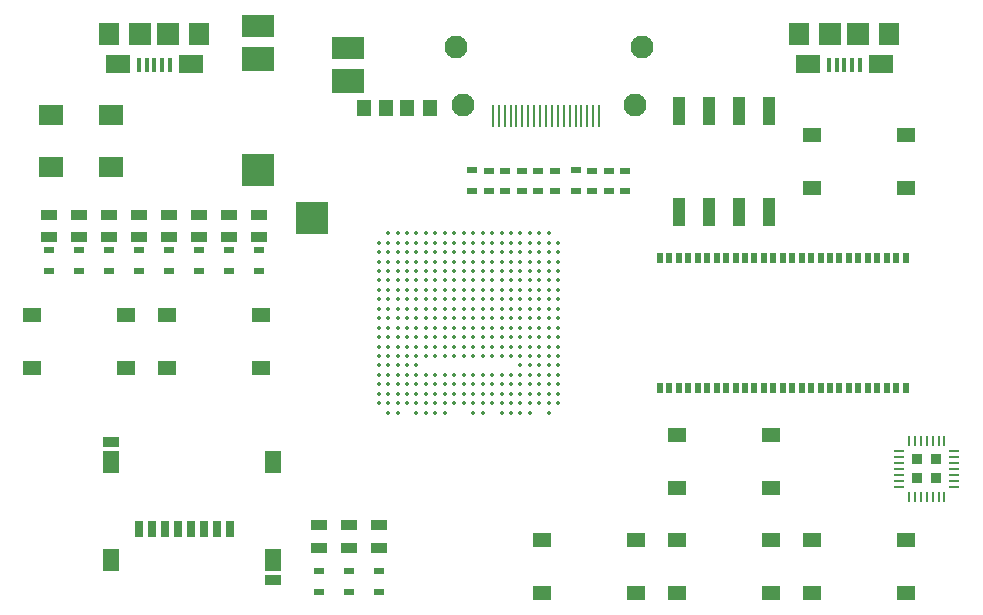
<source format=gtp>
G04 #@! TF.GenerationSoftware,KiCad,Pcbnew,5.0.0+dfsg1-2*
G04 #@! TF.CreationDate,2018-09-08T11:13:24+02:00*
G04 #@! TF.ProjectId,ulx3s,756C7833732E6B696361645F70636200,rev?*
G04 #@! TF.SameCoordinates,Original*
G04 #@! TF.FileFunction,Paste,Top*
G04 #@! TF.FilePolarity,Positive*
%FSLAX46Y46*%
G04 Gerber Fmt 4.6, Leading zero omitted, Abs format (unit mm)*
G04 Created by KiCad (PCBNEW 5.0.0+dfsg1-2) date Sat Sep  8 11:13:24 2018*
%MOMM*%
%LPD*%
G01*
G04 APERTURE LIST*
%ADD10R,0.925000X0.925000*%
%ADD11O,0.250000X0.900000*%
%ADD12O,0.900000X0.250000*%
%ADD13R,0.900000X0.250000*%
%ADD14R,1.070000X2.390000*%
%ADD15R,1.750000X1.850000*%
%ADD16R,0.350000X1.300000*%
%ADD17R,1.850000X1.850000*%
%ADD18R,2.050000X1.550000*%
%ADD19R,2.750000X1.950000*%
%ADD20R,2.750000X2.150000*%
%ADD21R,2.750000X2.750000*%
%ADD22R,0.250000X1.850000*%
%ADD23C,1.950000*%
%ADD24C,0.350000*%
%ADD25R,0.650000X1.450000*%
%ADD26R,1.400000X0.850000*%
%ADD27R,1.400000X1.950000*%
%ADD28R,2.150000X1.750000*%
%ADD29R,0.510000X0.850000*%
%ADD30R,0.950000X0.620000*%
%ADD31R,1.450000X0.920000*%
%ADD32R,1.245000X1.350000*%
%ADD33R,1.500000X1.250000*%
G04 APERTURE END LIST*
D10*
G04 #@! TO.C,U8*
X178097500Y-100967500D03*
X178097500Y-99342500D03*
X176472500Y-100967500D03*
X176472500Y-99342500D03*
D11*
X178785000Y-102495000D03*
X178285000Y-102495000D03*
X177785000Y-102495000D03*
X177285000Y-102495000D03*
X176785000Y-102495000D03*
X176285000Y-102495000D03*
X175785000Y-102495000D03*
D12*
X174945000Y-101655000D03*
X174945000Y-101155000D03*
X174945000Y-100655000D03*
X174945000Y-100155000D03*
X174945000Y-99655000D03*
X174945000Y-99155000D03*
X174945000Y-98655000D03*
D11*
X175785000Y-97815000D03*
X176285000Y-97815000D03*
X176785000Y-97815000D03*
X177285000Y-97815000D03*
X177785000Y-97815000D03*
X178285000Y-97815000D03*
X178785000Y-97815000D03*
D12*
X179625000Y-98655000D03*
X179625000Y-99155000D03*
X179625000Y-99655000D03*
X179625000Y-100155000D03*
X179625000Y-100655000D03*
X179625000Y-101155000D03*
D13*
X179625000Y-101655000D03*
G04 #@! TD*
D14*
G04 #@! TO.C,SW1*
X156330000Y-69815000D03*
X163950000Y-78425000D03*
X158870000Y-69815000D03*
X161410000Y-78425000D03*
X161410000Y-69815000D03*
X158870000Y-78425000D03*
X163950000Y-69815000D03*
X156330000Y-78425000D03*
G04 #@! TD*
D15*
G04 #@! TO.C,US1*
X108080000Y-63325000D03*
X115680000Y-63325000D03*
D16*
X110580000Y-66000000D03*
X111230000Y-66000000D03*
X111880000Y-66000000D03*
X112530000Y-66000000D03*
X113180000Y-66000000D03*
D17*
X110680000Y-63325000D03*
X113080000Y-63325000D03*
D18*
X108780000Y-65875000D03*
X114980000Y-65875000D03*
G04 #@! TD*
D19*
G04 #@! TO.C,AUDIO1*
X120668000Y-62618000D03*
D20*
X120668000Y-65418000D03*
D21*
X120668000Y-74818000D03*
X125218000Y-78918000D03*
D20*
X128268000Y-67318000D03*
D19*
X128268000Y-64518000D03*
G04 #@! TD*
D22*
G04 #@! TO.C,GPDI1*
X149546000Y-70312000D03*
X149046000Y-70312000D03*
X148546000Y-70312000D03*
X148046000Y-70312000D03*
X147546000Y-70312000D03*
X147046000Y-70312000D03*
X146546000Y-70312000D03*
X146046000Y-70312000D03*
X145546000Y-70312000D03*
X145046000Y-70312000D03*
X144546000Y-70312000D03*
X144046000Y-70312000D03*
X143546000Y-70312000D03*
X143046000Y-70312000D03*
X142546000Y-70312000D03*
X142046000Y-70312000D03*
X141546000Y-70312000D03*
X141046000Y-70312000D03*
X140546000Y-70312000D03*
D23*
X152546000Y-69312000D03*
X138046000Y-69312000D03*
X153146000Y-64412000D03*
X137446000Y-64412000D03*
G04 #@! TD*
D24*
G04 #@! TO.C,U1*
X145280000Y-95400000D03*
X143680000Y-95400000D03*
X142880000Y-95400000D03*
X142080000Y-95400000D03*
X141280000Y-95400000D03*
X139680000Y-95400000D03*
X138880000Y-95400000D03*
X136480000Y-95400000D03*
X135680000Y-95400000D03*
X134880000Y-95400000D03*
X134080000Y-95400000D03*
X132480000Y-95400000D03*
X131680000Y-95400000D03*
X146080000Y-94600000D03*
X145280000Y-94600000D03*
X144480000Y-94600000D03*
X143680000Y-94600000D03*
X142880000Y-94600000D03*
X142080000Y-94600000D03*
X141280000Y-94600000D03*
X140480000Y-94600000D03*
X139680000Y-94600000D03*
X138880000Y-94600000D03*
X138080000Y-94600000D03*
X137280000Y-94600000D03*
X136480000Y-94600000D03*
X135680000Y-94600000D03*
X134880000Y-94600000D03*
X134080000Y-94600000D03*
X133280000Y-94600000D03*
X132480000Y-94600000D03*
X131680000Y-94600000D03*
X130880000Y-94600000D03*
X146080000Y-93800000D03*
X145280000Y-93800000D03*
X144480000Y-93800000D03*
X143680000Y-93800000D03*
X142880000Y-93800000D03*
X142080000Y-93800000D03*
X141280000Y-93800000D03*
X140480000Y-93800000D03*
X139680000Y-93800000D03*
X138880000Y-93800000D03*
X138080000Y-93800000D03*
X137280000Y-93800000D03*
X136480000Y-93800000D03*
X135680000Y-93800000D03*
X134880000Y-93800000D03*
X134080000Y-93800000D03*
X133280000Y-93800000D03*
X132480000Y-93800000D03*
X131680000Y-93800000D03*
X130880000Y-93800000D03*
X146080000Y-93000000D03*
X145280000Y-93000000D03*
X144480000Y-93000000D03*
X143680000Y-93000000D03*
X142880000Y-93000000D03*
X142080000Y-93000000D03*
X141280000Y-93000000D03*
X140480000Y-93000000D03*
X139680000Y-93000000D03*
X138880000Y-93000000D03*
X138080000Y-93000000D03*
X137280000Y-93000000D03*
X136480000Y-93000000D03*
X135680000Y-93000000D03*
X134880000Y-93000000D03*
X134080000Y-93000000D03*
X133280000Y-93000000D03*
X132480000Y-93000000D03*
X131680000Y-93000000D03*
X130880000Y-93000000D03*
X146080000Y-92200000D03*
X145280000Y-92200000D03*
X144480000Y-92200000D03*
X143680000Y-92200000D03*
X142880000Y-92200000D03*
X142080000Y-92200000D03*
X141280000Y-92200000D03*
X140480000Y-92200000D03*
X139680000Y-92200000D03*
X138880000Y-92200000D03*
X138080000Y-92200000D03*
X137280000Y-92200000D03*
X136480000Y-92200000D03*
X135680000Y-92200000D03*
X134880000Y-92200000D03*
X134080000Y-92200000D03*
X133280000Y-92200000D03*
X132480000Y-92200000D03*
X131680000Y-92200000D03*
X130880000Y-92200000D03*
X146080000Y-91400000D03*
X145280000Y-91400000D03*
X144480000Y-91400000D03*
X143680000Y-91400000D03*
X142880000Y-91400000D03*
X134080000Y-91400000D03*
X133280000Y-91400000D03*
X132480000Y-91400000D03*
X131680000Y-91400000D03*
X130880000Y-91400000D03*
X146080000Y-90600000D03*
X145280000Y-90600000D03*
X144480000Y-90600000D03*
X143680000Y-90600000D03*
X142880000Y-90600000D03*
X142080000Y-90600000D03*
X141280000Y-90600000D03*
X140480000Y-90600000D03*
X139680000Y-90600000D03*
X138880000Y-90600000D03*
X138080000Y-90600000D03*
X137280000Y-90600000D03*
X136480000Y-90600000D03*
X135680000Y-90600000D03*
X134880000Y-90600000D03*
X134080000Y-90600000D03*
X133280000Y-90600000D03*
X132480000Y-90600000D03*
X131680000Y-90600000D03*
X130880000Y-90600000D03*
X146080000Y-89800000D03*
X145280000Y-89800000D03*
X144480000Y-89800000D03*
X143680000Y-89800000D03*
X142880000Y-89800000D03*
X142080000Y-89800000D03*
X141280000Y-89800000D03*
X140480000Y-89800000D03*
X139680000Y-89800000D03*
X138880000Y-89800000D03*
X138080000Y-89800000D03*
X137280000Y-89800000D03*
X136480000Y-89800000D03*
X135680000Y-89800000D03*
X134880000Y-89800000D03*
X134080000Y-89800000D03*
X133280000Y-89800000D03*
X132480000Y-89800000D03*
X131680000Y-89800000D03*
X130880000Y-89800000D03*
X146080000Y-89000000D03*
X145280000Y-89000000D03*
X144480000Y-89000000D03*
X143680000Y-89000000D03*
X142880000Y-89000000D03*
X142080000Y-89000000D03*
X141280000Y-89000000D03*
X140480000Y-89000000D03*
X139680000Y-89000000D03*
X138880000Y-89000000D03*
X138080000Y-89000000D03*
X137280000Y-89000000D03*
X136480000Y-89000000D03*
X135680000Y-89000000D03*
X134880000Y-89000000D03*
X134080000Y-89000000D03*
X133280000Y-89000000D03*
X132480000Y-89000000D03*
X131680000Y-89000000D03*
X130880000Y-89000000D03*
X146080000Y-88200000D03*
X145280000Y-88200000D03*
X144480000Y-88200000D03*
X143680000Y-88200000D03*
X142880000Y-88200000D03*
X142080000Y-88200000D03*
X141280000Y-88200000D03*
X140480000Y-88200000D03*
X139680000Y-88200000D03*
X138880000Y-88200000D03*
X138080000Y-88200000D03*
X137280000Y-88200000D03*
X136480000Y-88200000D03*
X135680000Y-88200000D03*
X134880000Y-88200000D03*
X134080000Y-88200000D03*
X133280000Y-88200000D03*
X132480000Y-88200000D03*
X131680000Y-88200000D03*
X130880000Y-88200000D03*
X146080000Y-87400000D03*
X145280000Y-87400000D03*
X144480000Y-87400000D03*
X143680000Y-87400000D03*
X142880000Y-87400000D03*
X142080000Y-87400000D03*
X141280000Y-87400000D03*
X140480000Y-87400000D03*
X139680000Y-87400000D03*
X138880000Y-87400000D03*
X138080000Y-87400000D03*
X137280000Y-87400000D03*
X136480000Y-87400000D03*
X135680000Y-87400000D03*
X134880000Y-87400000D03*
X134080000Y-87400000D03*
X133280000Y-87400000D03*
X132480000Y-87400000D03*
X131680000Y-87400000D03*
X130880000Y-87400000D03*
X146080000Y-86600000D03*
X145280000Y-86600000D03*
X144480000Y-86600000D03*
X143680000Y-86600000D03*
X142880000Y-86600000D03*
X142080000Y-86600000D03*
X141280000Y-86600000D03*
X140480000Y-86600000D03*
X139680000Y-86600000D03*
X138880000Y-86600000D03*
X138080000Y-86600000D03*
X137280000Y-86600000D03*
X136480000Y-86600000D03*
X135680000Y-86600000D03*
X134880000Y-86600000D03*
X134080000Y-86600000D03*
X133280000Y-86600000D03*
X132480000Y-86600000D03*
X131680000Y-86600000D03*
X130880000Y-86600000D03*
X146080000Y-85800000D03*
X145280000Y-85800000D03*
X144480000Y-85800000D03*
X143680000Y-85800000D03*
X142880000Y-85800000D03*
X142080000Y-85800000D03*
X141280000Y-85800000D03*
X140480000Y-85800000D03*
X139680000Y-85800000D03*
X138880000Y-85800000D03*
X138080000Y-85800000D03*
X137280000Y-85800000D03*
X136480000Y-85800000D03*
X135680000Y-85800000D03*
X134880000Y-85800000D03*
X134080000Y-85800000D03*
X133280000Y-85800000D03*
X132480000Y-85800000D03*
X131680000Y-85800000D03*
X130880000Y-85800000D03*
X146080000Y-85000000D03*
X145280000Y-85000000D03*
X144480000Y-85000000D03*
X143680000Y-85000000D03*
X142880000Y-85000000D03*
X142080000Y-85000000D03*
X141280000Y-85000000D03*
X140480000Y-85000000D03*
X139680000Y-85000000D03*
X138880000Y-85000000D03*
X138080000Y-85000000D03*
X137280000Y-85000000D03*
X136480000Y-85000000D03*
X135680000Y-85000000D03*
X134880000Y-85000000D03*
X134080000Y-85000000D03*
X133280000Y-85000000D03*
X132480000Y-85000000D03*
X131680000Y-85000000D03*
X130880000Y-85000000D03*
X146080000Y-84200000D03*
X145280000Y-84200000D03*
X144480000Y-84200000D03*
X143680000Y-84200000D03*
X142880000Y-84200000D03*
X142080000Y-84200000D03*
X141280000Y-84200000D03*
X140480000Y-84200000D03*
X139680000Y-84200000D03*
X138880000Y-84200000D03*
X138080000Y-84200000D03*
X137280000Y-84200000D03*
X136480000Y-84200000D03*
X135680000Y-84200000D03*
X134880000Y-84200000D03*
X134080000Y-84200000D03*
X133280000Y-84200000D03*
X132480000Y-84200000D03*
X131680000Y-84200000D03*
X130880000Y-84200000D03*
X146080000Y-83400000D03*
X145280000Y-83400000D03*
X144480000Y-83400000D03*
X143680000Y-83400000D03*
X142880000Y-83400000D03*
X142080000Y-83400000D03*
X141280000Y-83400000D03*
X140480000Y-83400000D03*
X139680000Y-83400000D03*
X138880000Y-83400000D03*
X138080000Y-83400000D03*
X137280000Y-83400000D03*
X136480000Y-83400000D03*
X135680000Y-83400000D03*
X134880000Y-83400000D03*
X134080000Y-83400000D03*
X133280000Y-83400000D03*
X132480000Y-83400000D03*
X131680000Y-83400000D03*
X130880000Y-83400000D03*
X146080000Y-82600000D03*
X145280000Y-82600000D03*
X144480000Y-82600000D03*
X143680000Y-82600000D03*
X142880000Y-82600000D03*
X142080000Y-82600000D03*
X141280000Y-82600000D03*
X140480000Y-82600000D03*
X139680000Y-82600000D03*
X138880000Y-82600000D03*
X138080000Y-82600000D03*
X137280000Y-82600000D03*
X136480000Y-82600000D03*
X135680000Y-82600000D03*
X134880000Y-82600000D03*
X134080000Y-82600000D03*
X133280000Y-82600000D03*
X132480000Y-82600000D03*
X131680000Y-82600000D03*
X130880000Y-82600000D03*
X146080000Y-81800000D03*
X145280000Y-81800000D03*
X144480000Y-81800000D03*
X143680000Y-81800000D03*
X142880000Y-81800000D03*
X142080000Y-81800000D03*
X141280000Y-81800000D03*
X140480000Y-81800000D03*
X139680000Y-81800000D03*
X138880000Y-81800000D03*
X138080000Y-81800000D03*
X137280000Y-81800000D03*
X136480000Y-81800000D03*
X135680000Y-81800000D03*
X134880000Y-81800000D03*
X134080000Y-81800000D03*
X133280000Y-81800000D03*
X132480000Y-81800000D03*
X131680000Y-81800000D03*
X130880000Y-81800000D03*
X146080000Y-81000000D03*
X145280000Y-81000000D03*
X144480000Y-81000000D03*
X143680000Y-81000000D03*
X142880000Y-81000000D03*
X142080000Y-81000000D03*
X141280000Y-81000000D03*
X140480000Y-81000000D03*
X139680000Y-81000000D03*
X138880000Y-81000000D03*
X138080000Y-81000000D03*
X137280000Y-81000000D03*
X136480000Y-81000000D03*
X135680000Y-81000000D03*
X134880000Y-81000000D03*
X134080000Y-81000000D03*
X133280000Y-81000000D03*
X132480000Y-81000000D03*
X131680000Y-81000000D03*
X130880000Y-81000000D03*
X145280000Y-80200000D03*
X144480000Y-80200000D03*
X143680000Y-80200000D03*
X142880000Y-80200000D03*
X142080000Y-80200000D03*
X141280000Y-80200000D03*
X140480000Y-80200000D03*
X139680000Y-80200000D03*
X138880000Y-80200000D03*
X138080000Y-80200000D03*
X137280000Y-80200000D03*
X136480000Y-80200000D03*
X135680000Y-80200000D03*
X134880000Y-80200000D03*
X134080000Y-80200000D03*
X133280000Y-80200000D03*
X132480000Y-80200000D03*
X131680000Y-80200000D03*
G04 #@! TD*
D25*
G04 #@! TO.C,SD1*
X118250000Y-105250000D03*
X117150000Y-105250000D03*
X116050000Y-105250000D03*
X114950000Y-105250000D03*
X113850000Y-105250000D03*
X112750000Y-105250000D03*
X111650000Y-105250000D03*
X110550000Y-105250000D03*
D26*
X121925000Y-109550000D03*
X108175000Y-97850000D03*
D27*
X108175000Y-107850000D03*
X121925000Y-107850000D03*
X121925000Y-99550000D03*
X108175000Y-99550000D03*
G04 #@! TD*
D28*
G04 #@! TO.C,Y1*
X108212000Y-70160000D03*
X103132000Y-70160000D03*
X103132000Y-74560000D03*
X108212000Y-74560000D03*
G04 #@! TD*
D29*
G04 #@! TO.C,U2*
X175493000Y-82270000D03*
X154693000Y-93330000D03*
X155493000Y-93330000D03*
X156293000Y-93330000D03*
X157093000Y-93330000D03*
X157893000Y-93330000D03*
X158693000Y-93330000D03*
X159493000Y-93330000D03*
X160293000Y-93330000D03*
X161093000Y-93330000D03*
X161893000Y-93330000D03*
X162693000Y-93330000D03*
X163493000Y-93330000D03*
X164293000Y-93330000D03*
X165093000Y-93330000D03*
X165893000Y-93330000D03*
X166693000Y-93330000D03*
X167493000Y-93330000D03*
X168293000Y-93330000D03*
X169093000Y-93330000D03*
X169893000Y-93330000D03*
X170693000Y-93330000D03*
X171493000Y-93330000D03*
X172293000Y-93330000D03*
X173093000Y-93330000D03*
X173893000Y-93330000D03*
X174693000Y-93330000D03*
X175493000Y-93330000D03*
X174693000Y-82270000D03*
X173893000Y-82270000D03*
X173093000Y-82270000D03*
X172293000Y-82270000D03*
X171493000Y-82270000D03*
X170693000Y-82270000D03*
X169893000Y-82270000D03*
X169093000Y-82270000D03*
X168293000Y-82270000D03*
X167493000Y-82270000D03*
X166693000Y-82270000D03*
X165893000Y-82270000D03*
X165093000Y-82270000D03*
X164293000Y-82270000D03*
X163493000Y-82270000D03*
X162693000Y-82270000D03*
X161893000Y-82270000D03*
X161093000Y-82270000D03*
X160293000Y-82270000D03*
X159493000Y-82270000D03*
X158693000Y-82270000D03*
X157893000Y-82270000D03*
X157093000Y-82270000D03*
X156293000Y-82270000D03*
X155493000Y-82270000D03*
X154693000Y-82270000D03*
G04 #@! TD*
D30*
G04 #@! TO.C,C36*
X150361000Y-76646000D03*
X150361000Y-74896000D03*
G04 #@! TD*
G04 #@! TO.C,C37*
X151758000Y-74896000D03*
X151758000Y-76646000D03*
G04 #@! TD*
G04 #@! TO.C,C38*
X140201000Y-74896000D03*
X140201000Y-76646000D03*
G04 #@! TD*
G04 #@! TO.C,C39*
X142995000Y-76646000D03*
X142995000Y-74896000D03*
G04 #@! TD*
G04 #@! TO.C,C40*
X145789000Y-76646000D03*
X145789000Y-74896000D03*
G04 #@! TD*
G04 #@! TO.C,C41*
X148964000Y-74896000D03*
X148964000Y-76646000D03*
G04 #@! TD*
G04 #@! TO.C,C42*
X138742800Y-76638600D03*
X138742800Y-74888600D03*
G04 #@! TD*
G04 #@! TO.C,C43*
X141598000Y-74896000D03*
X141598000Y-76646000D03*
G04 #@! TD*
G04 #@! TO.C,C44*
X144392000Y-74896000D03*
X144392000Y-76646000D03*
G04 #@! TD*
G04 #@! TO.C,C45*
X147567000Y-76634000D03*
X147567000Y-74884000D03*
G04 #@! TD*
D31*
G04 #@! TO.C,D19*
X130930000Y-106825000D03*
X130930000Y-104915000D03*
G04 #@! TD*
G04 #@! TO.C,D0*
X120770000Y-78644000D03*
X120770000Y-80554000D03*
G04 #@! TD*
G04 #@! TO.C,D1*
X118230000Y-80554000D03*
X118230000Y-78644000D03*
G04 #@! TD*
G04 #@! TO.C,D2*
X115690000Y-78644000D03*
X115690000Y-80554000D03*
G04 #@! TD*
G04 #@! TO.C,D3*
X113150000Y-78644000D03*
X113150000Y-80554000D03*
G04 #@! TD*
G04 #@! TO.C,D4*
X110610000Y-80554000D03*
X110610000Y-78644000D03*
G04 #@! TD*
G04 #@! TO.C,D5*
X108070000Y-80554000D03*
X108070000Y-78644000D03*
G04 #@! TD*
G04 #@! TO.C,D6*
X105545000Y-78644000D03*
X105545000Y-80554000D03*
G04 #@! TD*
G04 #@! TO.C,D7*
X102990000Y-80554000D03*
X102990000Y-78644000D03*
G04 #@! TD*
G04 #@! TO.C,D18*
X128390000Y-106825000D03*
X128390000Y-104915000D03*
G04 #@! TD*
G04 #@! TO.C,D22*
X125850000Y-104915000D03*
X125850000Y-106825000D03*
G04 #@! TD*
D30*
G04 #@! TO.C,R41*
X120770000Y-83377000D03*
X120770000Y-81627000D03*
G04 #@! TD*
G04 #@! TO.C,R42*
X118230000Y-81627000D03*
X118230000Y-83377000D03*
G04 #@! TD*
G04 #@! TO.C,R43*
X115690000Y-83377000D03*
X115690000Y-81627000D03*
G04 #@! TD*
G04 #@! TO.C,R44*
X113150000Y-81627000D03*
X113150000Y-83377000D03*
G04 #@! TD*
G04 #@! TO.C,R45*
X110610000Y-81627000D03*
X110610000Y-83377000D03*
G04 #@! TD*
G04 #@! TO.C,R46*
X108070000Y-83377000D03*
X108070000Y-81627000D03*
G04 #@! TD*
G04 #@! TO.C,R47*
X105530000Y-81627000D03*
X105530000Y-83377000D03*
G04 #@! TD*
G04 #@! TO.C,R48*
X102990000Y-83377000D03*
X102990000Y-81627000D03*
G04 #@! TD*
G04 #@! TO.C,R36*
X128390000Y-110555000D03*
X128390000Y-108805000D03*
G04 #@! TD*
G04 #@! TO.C,R37*
X130930000Y-110555000D03*
X130930000Y-108805000D03*
G04 #@! TD*
G04 #@! TO.C,R62*
X125850000Y-108805000D03*
X125850000Y-110555000D03*
G04 #@! TD*
D32*
G04 #@! TO.C,RV2*
X131531500Y-69566000D03*
X129596500Y-69566000D03*
G04 #@! TD*
G04 #@! TO.C,RV3*
X133279500Y-69566000D03*
X135214500Y-69566000D03*
G04 #@! TD*
D18*
G04 #@! TO.C,US2*
X173400000Y-65875000D03*
X167200000Y-65875000D03*
D17*
X171500000Y-63325000D03*
X169100000Y-63325000D03*
D16*
X171600000Y-66000000D03*
X170950000Y-66000000D03*
X170300000Y-66000000D03*
X169650000Y-66000000D03*
X169000000Y-66000000D03*
D15*
X174100000Y-63325000D03*
X166500000Y-63325000D03*
G04 #@! TD*
D33*
G04 #@! TO.C,B0*
X175550000Y-71870000D03*
X175550000Y-76370000D03*
X167590000Y-76370000D03*
X167590000Y-71870000D03*
G04 #@! TD*
G04 #@! TO.C,B1*
X109510000Y-91610000D03*
X109510000Y-87110000D03*
X101550000Y-87110000D03*
X101550000Y-91610000D03*
G04 #@! TD*
G04 #@! TO.C,B2*
X112980000Y-91610000D03*
X112980000Y-87110000D03*
X120940000Y-87110000D03*
X120940000Y-91610000D03*
G04 #@! TD*
G04 #@! TO.C,B3*
X164120000Y-101770000D03*
X164120000Y-97270000D03*
X156160000Y-97270000D03*
X156160000Y-101770000D03*
G04 #@! TD*
G04 #@! TO.C,B4*
X164120000Y-106160000D03*
X164120000Y-110660000D03*
X156160000Y-110660000D03*
X156160000Y-106160000D03*
G04 #@! TD*
G04 #@! TO.C,B5*
X144730000Y-106160000D03*
X144730000Y-110660000D03*
X152690000Y-110660000D03*
X152690000Y-106160000D03*
G04 #@! TD*
G04 #@! TO.C,B6*
X175550000Y-106160000D03*
X175550000Y-110660000D03*
X167590000Y-110660000D03*
X167590000Y-106160000D03*
G04 #@! TD*
M02*

</source>
